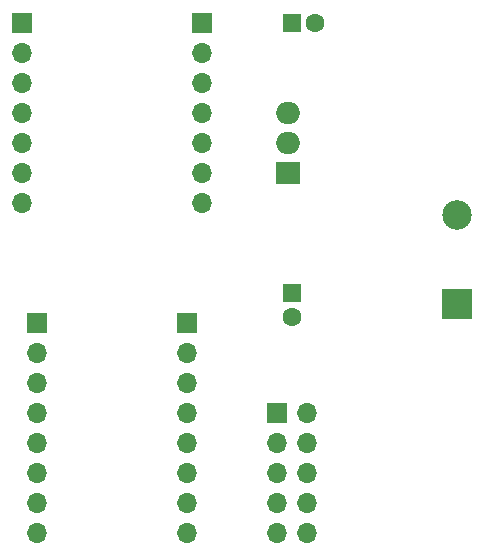
<source format=gbl>
G04 #@! TF.GenerationSoftware,KiCad,Pcbnew,7.0.2*
G04 #@! TF.CreationDate,2023-06-02T09:34:51+02:00*
G04 #@! TF.ProjectId,split_flap,73706c69-745f-4666-9c61-702e6b696361,rev?*
G04 #@! TF.SameCoordinates,Original*
G04 #@! TF.FileFunction,Copper,L2,Bot*
G04 #@! TF.FilePolarity,Positive*
%FSLAX46Y46*%
G04 Gerber Fmt 4.6, Leading zero omitted, Abs format (unit mm)*
G04 Created by KiCad (PCBNEW 7.0.2) date 2023-06-02 09:34:51*
%MOMM*%
%LPD*%
G01*
G04 APERTURE LIST*
G04 #@! TA.AperFunction,ComponentPad*
%ADD10R,1.700000X1.700000*%
G04 #@! TD*
G04 #@! TA.AperFunction,ComponentPad*
%ADD11O,1.700000X1.700000*%
G04 #@! TD*
G04 #@! TA.AperFunction,ComponentPad*
%ADD12R,2.500000X2.500000*%
G04 #@! TD*
G04 #@! TA.AperFunction,ComponentPad*
%ADD13C,2.500000*%
G04 #@! TD*
G04 #@! TA.AperFunction,ComponentPad*
%ADD14R,1.600000X1.600000*%
G04 #@! TD*
G04 #@! TA.AperFunction,ComponentPad*
%ADD15C,1.600000*%
G04 #@! TD*
G04 #@! TA.AperFunction,ComponentPad*
%ADD16R,2.000000X1.905000*%
G04 #@! TD*
G04 #@! TA.AperFunction,ComponentPad*
%ADD17O,2.000000X1.905000*%
G04 #@! TD*
G04 APERTURE END LIST*
D10*
X76200000Y-71120000D03*
D11*
X76200000Y-73660000D03*
X76200000Y-76200000D03*
X76200000Y-78740000D03*
X76200000Y-81280000D03*
X76200000Y-83820000D03*
X76200000Y-86360000D03*
X76200000Y-88900000D03*
D12*
X111760000Y-69500000D03*
D13*
X111760000Y-62000000D03*
D14*
X97790000Y-45720000D03*
D15*
X99790000Y-45720000D03*
D14*
X97790000Y-68600000D03*
D15*
X97790000Y-70600000D03*
D16*
X97465000Y-58420000D03*
D17*
X97465000Y-55880000D03*
X97465000Y-53340000D03*
D10*
X96520000Y-78740000D03*
D11*
X99060000Y-78740000D03*
X96520000Y-81280000D03*
X99060000Y-81280000D03*
X96520000Y-83820000D03*
X99060000Y-83820000D03*
X96520000Y-86360000D03*
X99060000Y-86360000D03*
X96520000Y-88900000D03*
X99060000Y-88900000D03*
D10*
X88900000Y-71120000D03*
D11*
X88900000Y-73660000D03*
X88900000Y-76200000D03*
X88900000Y-78740000D03*
X88900000Y-81280000D03*
X88900000Y-83820000D03*
X88900000Y-86360000D03*
X88900000Y-88900000D03*
D10*
X74930000Y-45720000D03*
D11*
X74930000Y-48260000D03*
X74930000Y-50800000D03*
X74930000Y-53340000D03*
X74930000Y-55880000D03*
X74930000Y-58420000D03*
X74930000Y-60960000D03*
D10*
X90170000Y-45720000D03*
D11*
X90170000Y-48260000D03*
X90170000Y-50800000D03*
X90170000Y-53340000D03*
X90170000Y-55880000D03*
X90170000Y-58420000D03*
X90170000Y-60960000D03*
M02*

</source>
